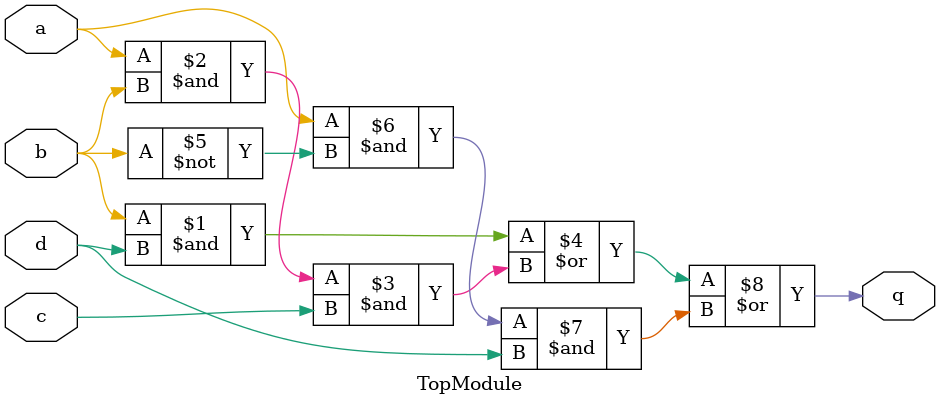
<source format=sv>
module TopModule (
    input  logic a,
    input  logic b,
    input  logic c,
    input  logic d,
    output logic q
);

assign q = (b & d) | (a & b & c) | (a & ~b & d);

endmodule
</source>
